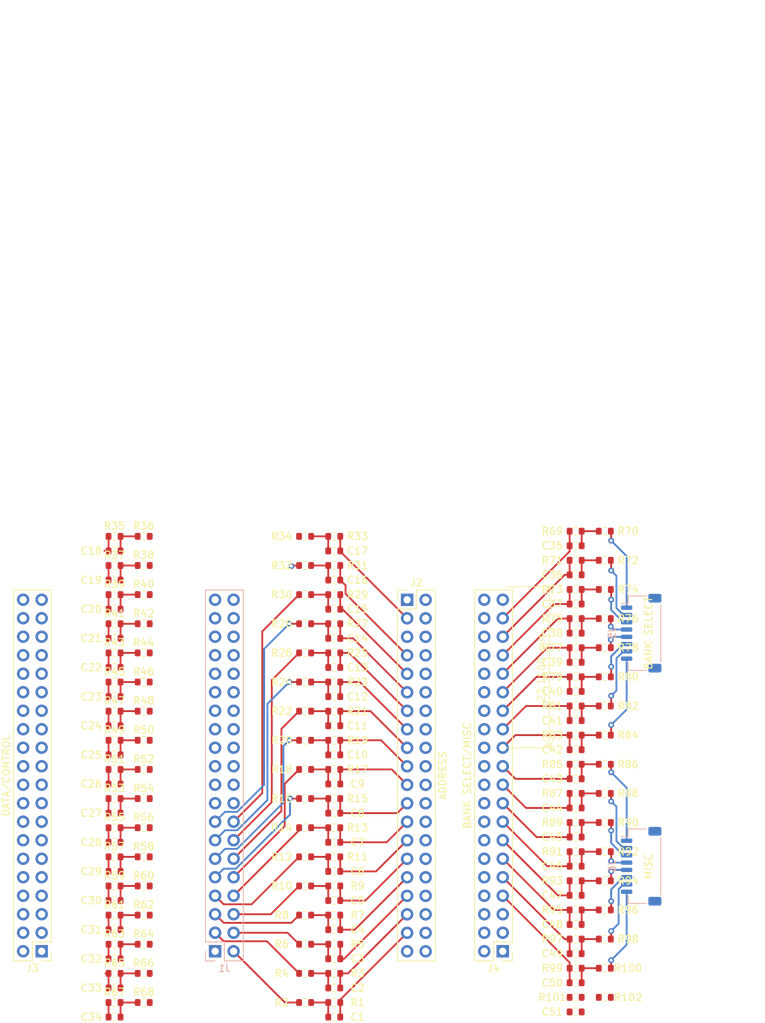
<source format=kicad_pcb>
(kicad_pcb (version 20221018) (generator pcbnew)
  (layers (0 "F.Cu" signal) (31 "B.Cu" signal) (34 "B.Paste" user) (35 "F.Paste" user) (36 "B.SilkS" user "B.Silkscreen") (37 "F.SilkS" user "F.Silkscreen") (38 "B.Mask" user) (39 "F.Mask" user) (44 "Edge.Cuts" user))
  (net 0 "")
  (net 1 "Net-(J2-Pin_37)")
  (net 2 "Net-(C1-Pad1)")
  (net 3 "Net-(J2-Pin_35)")
  (net 4 "Net-(C2-Pad1)")
  (net 5 "Net-(J2-Pin_33)")
  (net 6 "Net-(C3-Pad1)")
  (net 7 "Net-(J2-Pin_31)")
  (net 8 "Net-(C4-Pad1)")
  (net 9 "Net-(J2-Pin_29)")
  (net 10 "Net-(C5-Pad1)")
  (net 11 "Net-(J2-Pin_27)")
  (net 12 "Net-(C6-Pad1)")
  (net 13 "Net-(J2-Pin_25)")
  (net 14 "Net-(C7-Pad1)")
  (net 15 "Net-(J2-Pin_23)")
  (net 16 "Net-(C8-Pad1)")
  (net 17 "Net-(J2-Pin_21)")
  (net 18 "Net-(C9-Pad1)")
  (net 19 "Net-(J2-Pin_19)")
  (net 20 "Net-(C10-Pad1)")
  (net 21 "Net-(J2-Pin_17)")
  (net 22 "Net-(C11-Pad1)")
  (net 23 "Net-(J2-Pin_15)")
  (net 24 "Net-(C12-Pad1)")
  (net 25 "Net-(J2-Pin_13)")
  (net 26 "Net-(C13-Pad1)")
  (net 27 "Net-(J2-Pin_11)")
  (net 28 "Net-(C14-Pad1)")
  (net 29 "Net-(J2-Pin_9)")
  (net 30 "Net-(C15-Pad1)")
  (net 31 "Net-(J2-Pin_7)")
  (net 32 "Net-(C16-Pad1)")
  (net 33 "Net-(J2-Pin_3)")
  (net 34 "Net-(C17-Pad1)")
  (net 35 "Net-(J3-Pin_37)")
  (net 36 "Net-(C18-Pad2)")
  (net 37 "Net-(J3-Pin_35)")
  (net 38 "Net-(C19-Pad2)")
  (net 39 "Net-(J3-Pin_33)")
  (net 40 "Net-(C20-Pad2)")
  (net 41 "Net-(J3-Pin_31)")
  (net 42 "Net-(C21-Pad2)")
  (net 43 "Net-(J3-Pin_29)")
  (net 44 "Net-(C22-Pad2)")
  (net 45 "Net-(J3-Pin_27)")
  (net 46 "Net-(C23-Pad2)")
  (net 47 "Net-(J3-Pin_25)")
  (net 48 "Net-(C24-Pad2)")
  (net 49 "Net-(J3-Pin_23)")
  (net 50 "Net-(C25-Pad2)")
  (net 51 "Net-(J3-Pin_21)")
  (net 52 "Net-(C26-Pad2)")
  (net 53 "Net-(J3-Pin_19)")
  (net 54 "Net-(C27-Pad2)")
  (net 55 "Net-(J3-Pin_17)")
  (net 56 "Net-(C28-Pad2)")
  (net 57 "Net-(J3-Pin_15)")
  (net 58 "Net-(C29-Pad2)")
  (net 59 "Net-(J3-Pin_13)")
  (net 60 "Net-(C30-Pad2)")
  (net 61 "Net-(J3-Pin_11)")
  (net 62 "Net-(C31-Pad2)")
  (net 63 "Net-(J3-Pin_9)")
  (net 64 "Net-(C32-Pad2)")
  (net 65 "Net-(J3-Pin_7)")
  (net 66 "Net-(C33-Pad2)")
  (net 67 "Net-(J3-Pin_3)")
  (net 68 "Net-(C34-Pad2)")
  (net 69 "Net-(J4-Pin_37)")
  (net 70 "Net-(C35-Pad2)")
  (net 71 "Net-(J4-Pin_35)")
  (net 72 "Net-(C36-Pad2)")
  (net 73 "Net-(J4-Pin_33)")
  (net 74 "Net-(C37-Pad2)")
  (net 75 "Net-(J4-Pin_31)")
  (net 76 "Net-(C38-Pad2)")
  (net 77 "Net-(J4-Pin_29)")
  (net 78 "Net-(C39-Pad2)")
  (net 79 "Net-(J4-Pin_27)")
  (net 80 "Net-(C40-Pad2)")
  (net 81 "Net-(J4-Pin_25)")
  (net 82 "Net-(C41-Pad2)")
  (net 83 "Net-(J4-Pin_23)")
  (net 84 "Net-(C42-Pad2)")
  (net 85 "Net-(J4-Pin_21)")
  (net 86 "Net-(C43-Pad2)")
  (net 87 "Net-(J4-Pin_19)")
  (net 88 "Net-(C44-Pad2)")
  (net 89 "Net-(J4-Pin_17)")
  (net 90 "Net-(C45-Pad2)")
  (net 91 "Net-(J4-Pin_15)")
  (net 92 "Net-(C46-Pad2)")
  (net 93 "Net-(J4-Pin_13)")
  (net 94 "Net-(C47-Pad2)")
  (net 95 "Net-(J4-Pin_11)")
  (net 96 "Net-(C48-Pad2)")
  (net 97 "Net-(J4-Pin_9)")
  (net 98 "Net-(C49-Pad2)")
  (net 99 "Net-(J4-Pin_7)")
  (net 100 "Net-(C50-Pad2)")
  (net 101 "Net-(J4-Pin_3)")
  (net 102 "Net-(C51-Pad2)")
  (net 104 "Net-(J1-Pin_2)")
  (net 105 "Net-(J1-Pin_3)")
  (net 106 "Net-(J1-Pin_4)")
  (net 107 "Net-(J1-Pin_5)")
  (net 108 "Net-(J1-Pin_6)")
  (net 109 "Net-(J1-Pin_7)")
  (net 110 "Net-(J1-Pin_8)")
  (net 111 "Net-(J1-Pin_9)")
  (net 112 "Net-(J1-Pin_10)")
  (net 113 "Net-(J1-Pin_11)")
  (net 114 "Net-(J1-Pin_12)")
  (net 115 "Net-(J1-Pin_13)")
  (net 116 "Net-(J1-Pin_14)")
  (net 117 "Net-(J1-Pin_15)")
  (net 118 "Net-(J1-Pin_16)")
  (net 119 "Net-(J1-Pin_17)")
  (net 120 "Net-(J1-Pin_18)")
  (net 121 "Net-(J1-Pin_19)")
  (net 122 "GND")
  (net 124 "Net-(J1-Pin_23)")
  (net 125 "Net-(J1-Pin_24)")
  (net 126 "Net-(J1-Pin_25)")
  (net 127 "Net-(J1-Pin_26)")
  (net 128 "Net-(J1-Pin_27)")
  (net 129 "Net-(J1-Pin_28)")
  (net 130 "Net-(J1-Pin_29)")
  (net 131 "Net-(J1-Pin_30)")
  (net 132 "Net-(J1-Pin_31)")
  (net 133 "Net-(J1-Pin_32)")
  (net 134 "Net-(J1-Pin_33)")
  (net 135 "Net-(J1-Pin_34)")
  (net 136 "Net-(J1-Pin_35)")
  (net 137 "Net-(J1-Pin_36)")
  (net 138 "Net-(J1-Pin_37)")
  (net 139 "Net-(J1-Pin_38)")
  (net 140 "Net-(J1-Pin_39)")
  (net 151 "Net-(J5-Pin_1)")
  (net 152 "Net-(J5-Pin_2)")
  (net 153 "Net-(J5-Pin_3)")
  (net 154 "Net-(J5-Pin_4)")
  (net 155 "Net-(J5-Pin_5)")
  (net 156 "Net-(J5-Pin_6)")
  (net 157 "Net-(J5-Pin_7)")
  (net 158 "Net-(J5-Pin_8)")
  (net 160 "Net-(J6-Pin_1)")
  (net 161 "Net-(J6-Pin_2)")
  (net 162 "Net-(J6-Pin_3)")
  (net 163 "Net-(J6-Pin_4)")
  (net 164 "Net-(J6-Pin_5)")
  (net 165 "Net-(J6-Pin_6)")
  (net 166 "Net-(J6-Pin_7)")
  (net 167 "Net-(J6-Pin_8)")
  (footprint "Resistor_SMD:R_0603_1608Metric" (layer "F.Cu") (at 61.575 135.9)
    (fp_text reference "R6")
    (fp_text value "250R" hide)
  )
  (footprint "Resistor_SMD:R_0603_1608Metric" (layer "F.Cu") (at 98.7 137.19)
    (fp_text reference "C49")
    (fp_text value "8.2pF")
  )
  (footprint "Resistor_SMD:R_0603_1608Metric" (layer "F.Cu") (at 35.425 103.9)
    (fp_text reference "R47")
    (fp_text value "90.9k")
  )
  (footprint "Resistor_SMD:R_0603_1608Metric" (layer "F.Cu") (at 65.575 101.9)
    (fp_text reference "C12")
    (fp_text value "8.2pF" hide)
  )
  (footprint "Resistor_SMD:R_0603_1608Metric" (layer "F.Cu") (at 102.7 111.19)
    (fp_text reference "R86")
    (fp_text value "250R")
  )
  (footprint "Resistor_SMD:R_0603_1608Metric" (layer "F.Cu") (at 35.425 125.9)
    (fp_text reference "C29")
    (fp_text value "8.2pF")
  )
  (footprint "Resistor_SMD:R_0603_1608Metric" (layer "F.Cu") (at 35.425 127.9)
    (fp_text reference "R59")
    (fp_text value "90.9k")
  )
  (footprint "Resistor_SMD:R_0603_1608Metric" (layer "F.Cu") (at 102.7 91.19)
    (fp_text reference "R76")
    (fp_text value "250R")
  )
  (footprint "Resistor_SMD:R_0603_1608Metric" (layer "F.Cu") (at 61.575 83.9)
    (fp_text reference "R32")
    (fp_text value "250R" hide)
  )
  (footprint "Resistor_SMD:R_0603_1608Metric" (layer "F.Cu") (at 98.7 113.19)
    (fp_text reference "C43")
    (fp_text value "8.2pF")
  )
  (footprint "Resistor_SMD:R_0603_1608Metric" (layer "F.Cu") (at 65.575 109.9)
    (fp_text reference "C10")
    (fp_text value "8.2pF" hide)
  )
  (footprint "Resistor_SMD:R_0603_1608Metric" (layer "F.Cu") (at 61.575 99.9)
    (fp_text reference "R24")
    (fp_text value "250R" hide)
  )
  (footprint "Resistor_SMD:R_0603_1608Metric" (layer "F.Cu") (at 102.7 127.19)
    (fp_text reference "R94")
    (fp_text value "250R")
  )
  (footprint "Resistor_SMD:R_0603_1608Metric" (layer "F.Cu") (at 39.425 123.9)
    (fp_text reference "R58")
    (fp_text value "250R")
  )
  (footprint "Resistor_SMD:R_0603_1608Metric" (layer "F.Cu") (at 35.425 121.9)
    (fp_text reference "C28")
    (fp_text value "8.2pF")
  )
  (footprint "Resistor_SMD:R_0603_1608Metric" (layer "F.Cu") (at 35.425 109.9)
    (fp_text reference "C25")
    (fp_text value "8.2pF")
  )
  (footprint "Resistor_SMD:R_0603_1608Metric" (layer "F.Cu") (at 39.425 87.9)
    (fp_text reference "R40")
    (fp_text value "250R")
  )
  (footprint "Resistor_SMD:R_0603_1608Metric" (layer "F.Cu") (at 61.575 95.9)
    (fp_text reference "R26")
    (fp_text value "250R" hide)
  )
  (footprint "Resistor_SMD:R_0603_1608Metric" (layer "F.Cu") (at 98.7 105.19)
    (fp_text reference "C41")
    (fp_text value "8.2pF")
  )
  (footprint "Resistor_SMD:R_0603_1608Metric" (layer "F.Cu") (at 98.7 115.19)
    (fp_text reference "R87")
    (fp_text value "90.9k")
  )
  (footprint "Resistor_SMD:R_0603_1608Metric" (layer "F.Cu") (at 98.7 123.19)
    (fp_text reference "R91")
    (fp_text value "90.9k")
  )
  (footprint "Resistor_SMD:R_0603_1608Metric" (layer "F.Cu") (at 65.575 143.9)
    (fp_text reference "R1")
    (fp_text value "90.9k" hide)
  )
  (footprint "Resistor_SMD:R_0603_1608Metric" (layer "F.Cu") (at 61.575 119.9)
    (fp_text reference "R14")
    (fp_text value "250R" hide)
  )
  (footprint "Resistor_SMD:R_0603_1608Metric" (layer "F.Cu") (at 35.425 105.9)
    (fp_text reference "C24")
    (fp_text value "8.2pF")
  )
  (footprint "Resistor_SMD:R_0603_1608Metric" (layer "F.Cu") (at 102.7 83.19)
    (fp_text reference "R72")
    (fp_text value "250R")
  )
  (footprint "Resistor_SMD:R_0603_1608Metric" (layer "F.Cu") (at 98.7 117.19)
    (fp_text reference "C44")
    (fp_text value "8.2pF")
  )
  (footprint "Resistor_SMD:R_0603_1608Metric" (layer "F.Cu") (at 98.7 131.19)
    (fp_text reference "R95")
    (fp_text value "90.9k")
  )
  (footprint "Resistor_SMD:R_0603_1608Metric" (layer "F.Cu") (at 98.7 127.19)
    (fp_text reference "R93")
    (fp_text value "90.9k")
  )
  (footprint "Resistor_SMD:R_0603_1608Metric" (layer "F.Cu") (at 98.7 81.19)
    (fp_text reference "C35")
    (fp_text value "8.2pF")
  )
  (footprint "Resistor_SMD:R_0603_1608Metric" (layer "F.Cu") (at 65.575 135.9)
    (fp_text reference "R5")
    (fp_text value "90.9k" hide)
  )
  (footprint "Resistor_SMD:R_0603_1608Metric" (layer "F.Cu") (at 39.425 127.9)
    (fp_text reference "R60")
    (fp_text value "250R")
  )
  (footprint "Resistor_SMD:R_0603_1608Metric" (layer "F.Cu") (at 102.7 135.19)
    (fp_text reference "R98")
    (fp_text value "250R")
  )
  (footprint "Resistor_SMD:R_0603_1608Metric" (layer "F.Cu") (at 65.575 139.9)
    (fp_text reference "R3")
    (fp_text value "90.9k" hide)
  )
  (footprint "Resistor_SMD:R_0603_1608Metric" (layer "F.Cu") (at 98.7 125.19)
    (fp_text reference "C46")
    (fp_text value "8.2pF")
  )
  (footprint "Resistor_SMD:R_0603_1608Metric" (layer "F.Cu") (at 65.575 95.9)
    (fp_text reference "R25")
    (fp_text value "90.9k" hide)
  )
  (footprint "Resistor_SMD:R_0603_1608Metric" (layer "F.Cu") (at 61.575 103.9)
    (fp_text reference "R22")
    (fp_text value "250R" hide)
  )
  (footprint "Resistor_SMD:R_0603_1608Metric" (layer "F.Cu") (at 65.575 129.9)
    (fp_text reference "C5")
    (fp_text value "8.2pF" hide)
  )
  (footprint "Resistor_SMD:R_0603_1608Metric" (layer "F.Cu") (at 65.575 121.9)
    (fp_text reference "C7")
    (fp_text value "8.2pF" hide)
  )
  (footprint "Resistor_SMD:R_0603_1608Metric" (layer "F.Cu") (at 39.425 135.9)
    (fp_text reference "R64")
    (fp_text value "250R")
  )
  (footprint "Resistor_SMD:R_0603_1608Metric" (layer "F.Cu") (at 98.7 87.19)
    (fp_text reference "R73")
    (fp_text value "90.9k")
  )
  (footprint "Resistor_SMD:R_0603_1608Metric" (layer "F.Cu") (at 39.425 107.9)
    (fp_text reference "R50")
    (fp_text value "250R")
  )
  (footprint "Resistor_SMD:R_0603_1608Metric" (layer "F.Cu") (at 65.575 99.9)
    (fp_text reference "R23")
    (fp_text value "90.9k" hide)
  )
  (footprint "Resistor_SMD:R_0603_1608Metric" (layer "F.Cu") (at 98.7 101.19)
    (fp_text reference "C40")
    (fp_text value "8.2pF")
  )
  (footprint "Resistor_SMD:R_0603_1608Metric" (layer "F.Cu") (at 65.575 81.9)
    (fp_text reference "C17")
    (fp_text value "8.2pF" hide)
  )
  (footprint "Resistor_SMD:R_0603_1608Metric" (layer "F.Cu") (at 35.425 123.9)
    (fp_text reference "R57")
    (fp_text value "90.9k")
  )
  (footprint "Resistor_SMD:R_0603_1608Metric" (layer "F.Cu") (at 98.7 109.19)
    (fp_text reference "C42")
    (fp_text value "8.2pF")
  )
  (footprint "Resistor_SMD:R_0603_1608Metric" (layer "F.Cu") (at 102.7 119.19)
    (fp_text reference "R90")
    (fp_text value "250R")
  )
  (footprint "Resistor_SMD:R_0603_1608Metric" (layer "F.Cu") (at 35.425 79.9)
    (fp_text reference "R35")
    (fp_text value "90.9k")
  )
  (footprint "Resistor_SMD:R_0603_1608Metric" (layer "F.Cu") (at 39.425 139.9)
    (fp_text reference "R66")
    (fp_text value "250R")
  )
  (footprint "Resistor_SMD:R_0603_1608Metric" (layer "F.Cu") (at 102.7 115.19)
    (fp_text reference "R88")
    (fp_text value "250R")
  )
  (footprint "Resistor_SMD:R_0603_1608Metric" (layer "F.Cu") (at 35.425 81.9)
    (fp_text reference "C18")
    (fp_text value "8.2pF")
  )
  (footprint "Connector_PinHeader_2.54mm:PinHeader_2x20_P2.54mm_Vertical" (layer "F.Cu") (at 75.575 88.61)
    (fp_text reference "J2")
    (fp_text value "ADDRESS")
  )
  (footprint "Resistor_SMD:R_0603_1608Metric" (layer "F.Cu") (at 39.425 95.9)
    (fp_text reference "R44")
    (fp_text value "250R")
  )
  (footprint "Resistor_SMD:R_0603_1608Metric" (layer "F.Cu") (at 65.575 145.9)
    (fp_text reference "C1")
    (fp_text value "8.2pF" hide)
  )
  (footprint "Resistor_SMD:R_0603_1608Metric" (layer "F.Cu") (at 98.7 143.19)
    (fp_text reference "R101")
    (fp_text value "90.9k")
  )
  (footprint "Resistor_SMD:R_0603_1608Metric" (layer "F.Cu") (at 65.575 105.9)
    (fp_text reference "C11")
    (fp_text value "8.2pF" hide)
  )
  (footprint "Resistor_SMD:R_0603_1608Metric" (layer "F.Cu") (at 39.425 143.9)
    (fp_text reference "R68")
    (fp_text value "250R")
  )
  (footprint "Resistor_SMD:R_0603_1608Metric" (layer "F.Cu") (at 65.575 111.9)
    (fp_text reference "R17")
    (fp_text value "90.9k" hide)
  )
  (footprint "Resistor_SMD:R_0603_1608Metric" (layer "F.Cu") (at 35.425 117.9)
    (fp_text reference "C27")
    (fp_text value "8.2pF")
  )
  (footprint "Resistor_SMD:R_0603_1608Metric" (layer "F.Cu") (at 65.575 97.9)
    (fp_text reference "C13")
    (fp_text value "8.2pF" hide)
  )
  (footprint "Resistor_SMD:R_0603_1608Metric" (layer "F.Cu") (at 98.7 141.19)
    (fp_text reference "C50")
    (fp_text value "8.2pF")
  )
  (footprint "Resistor_SMD:R_0603_1608Metric" (layer "F.Cu") (at 35.425 111.9)
    (fp_text reference "R51")
    (fp_text value "90.9k")
  )
  (footprint "Resistor_SMD:R_0603_1608Metric" (layer "F.Cu") (at 102.7 95.19)
    (fp_text reference "R78")
    (fp_text value "250R")
  )
  (footprint "Resistor_SMD:R_0603_1608Metric" (layer "F.Cu") (at 61.575 123.9)
    (fp_text reference "R12")
    (fp_text value "250R" hide)
  )
  (footprint "Resistor_SMD:R_0603_1608Metric" (layer "F.Cu") (at 98.7 91.19)
    (fp_text reference "R75")
    (fp_text value "90.9k")
  )
  (footprint "Resistor_SMD:R_0603_1608Metric" (layer "F.Cu") (at 35.425 93.9)
    (fp_text reference "C21")
    (fp_text value "8.2pF")
  )
  (footprint "Resistor_SMD:R_0603_1608Metric" (layer "F.Cu") (at 98.7 83.19)
    (fp_text reference "R71")
    (fp_text value "90.9k")
  )
  (footprint "Connector_PinHeader_2.54mm:PinHeader_2x20_P2.54mm_Vertical" (layer "F.Cu") (at 25.425 136.86 180)
    (fp_text reference "J3")
    (fp_text value "DATA/CONTROL")
  )
  (footprint "Resistor_SMD:R_0603_1608Metric" (layer "F.Cu") (at 102.7 107.19)
    (fp_text reference "R84")
    (fp_text value "250R")
  )
  (footprint "Resistor_SMD:R_0603_1608Metric" (layer "F.Cu") (at 98.7 95.19)
    (fp_text reference "R77")
    (fp_text value "90.9k")
  )
  (footprint "Resistor_SMD:R_0603_1608Metric" (layer "F.Cu") (at 98.7 129.19)
    (fp_text reference "C47")
    (fp_text value "8.2pF")
  )
  (footprint "Resistor_SMD:R_0603_1608Metric" (layer "F.Cu") (at 98.7 99.19)
    (fp_text reference "R79")
    (fp_text value "90.9k")
  )
  (footprint "Resistor_SMD:R_0603_1608Metric" (layer "F.Cu") (at 98.7 121.19)
    (fp_text reference "C45")
    (fp_text value "8.2pF")
  )
  (footprint "Resistor_SMD:R_0603_1608Metric" (layer "F.Cu") (at 65.575 85.9)
    (fp_text reference "C16")
    (fp_text value "8.2pF" hide)
  )
  (footprint "Resistor_SMD:R_0603_1608Metric" (layer "F.Cu") (at 65.575 125.9)
    (fp_text reference "C6")
    (fp_text value "8.2pF" hide)
  )
  (footprint "Resistor_SMD:R_0603_1608Metric" (layer "F.Cu") (at 102.7 99.19)
    (fp_text reference "R80")
    (fp_text value "250R")
  )
  (footprint "Resistor_SMD:R_0603_1608Metric" (layer "F.Cu") (at 35.425 97.9)
    (fp_text reference "C22")
    (fp_text value "8.2pF")
  )
  (footprint "Resistor_SMD:R_0603_1608Metric" (layer "F.Cu") (at 98.7 107.19)
    (fp_text reference "R83")
    (fp_text value "90.9k")
  )
  (footprint "Resistor_SMD:R_0603_1608Metric" (layer "F.Cu") (at 35.425 107.9)
    (fp_text reference "R49")
    (fp_text value "90.9k")
  )
  (footprint "Resistor_SMD:R_0603_1608Metric" (layer "F.Cu") (at 65.575 133.9)
    (fp_text reference "C4")
    (fp_text value "8.2pF" hide)
  )
  (footprint "Resistor_SMD:R_0603_1608Metric" (layer "F.Cu") (at 98.7 93.19)
    (fp_text reference "C38")
    (fp_text value "8.2pF")
  )
  (footprint "Resistor_SMD:R_0603_1608Metric" (layer "F.Cu") (at 39.425 79.9)
    (fp_text reference "R36")
    (fp_text value "250R")
  )
  (footprint "Resistor_SMD:R_0603_1608Metric" (layer "F.Cu") (at 61.575 115.9)
    (fp_text reference "R16")
    (fp_text value "250R" hide)
  )
  (footprint "Resistor_SMD:R_0603_1608Metric" (layer "F.Cu") (at 61.575 107.9)
    (fp_text reference "R20")
    (fp_text value "250R" hide)
  )
  (footprint "Resistor_SMD:R_0603_1608Metric" (layer "F.Cu") (at 35.425 99.9)
    (fp_text reference "R45")
    (fp_text value "90.9k")
  )
  (footprint "Resistor_SMD:R_0603_1608Metric" (layer "F.Cu") (at 35.425 139.9)
    (fp_text reference "R65")
    (fp_text value "90.9k")
  )
  (footprint "Resistor_SMD:R_0603_1608Metric" (layer "F.Cu") (at 98.7 79.19)
    (fp_text reference "R69")
    (fp_text value "90.9k")
  )
  (footprint "Resistor_SMD:R_0603_1608Metric" (layer "F.Cu") (at 98.7 133.19)
    (fp_text reference "C48")
    (fp_text value "8.2pF")
  )
  (footprint "Resistor_SMD:R_0603_1608Metric" (layer "F.Cu") (at 98.7 135.19)
    (fp_text reference "R97")
    (fp_text value "90.9k")
  )
  (footprint "Resistor_SMD:R_0603_1608Metric" (layer "F.Cu") (at 35.425 141.9)
    (fp_text reference "C33")
    (fp_text value "8.2pF")
  )
  (footprint "Resistor_SMD:R_0603_1608Metric" (layer "F.Cu") (at 39.425 119.9)
    (fp_text reference "R56")
    (fp_text value "250R")
  )
  (footprint "Resistor_SMD:R_0603_1608Metric" (layer "F.Cu") (at 35.425 95.9)
    (fp_text reference "R43")
    (fp_text value "90.9k")
  )
  (footprint "Resistor_SMD:R_0603_1608Metric" (layer "F.Cu") (at 35.425 129.9)
    (fp_text reference "C30")
    (fp_text value "8.2pF")
  )
  (footprint "Resistor_SMD:R_0603_1608Metric" (layer "F.Cu") (at 35.425 137.9)
    (fp_text reference "C32")
    (fp_text value "8.2pF")
  )
  (footprint "Resistor_SMD:R_0603_1608Metric" (layer "F.Cu") (at 102.7 103.19)
    (fp_text reference "R82")
    (fp_text value "250R")
  )
  (footprint "Resistor_SMD:R_0603_1608Metric" (layer "F.Cu") (at 65.575 83.9)
    (fp_text reference "R31")
    (fp_text value "90.9k" hide)
  )
  (footprint "Resistor_SMD:R_0603_1608Metric" (layer "F.Cu") (at 35.425 89.9)
    (fp_text reference "C20")
    (fp_text value "8.2pF")
  )
  (footprint "Resistor_SMD:R_0603_1608Metric" (layer "F.Cu") (at 35.425 115.9)
    (fp_text reference "R53")
    (fp_text value "90.9k")
  )
  (footprint "Resistor_SMD:R_0603_1608Metric" (layer "F.Cu") (at 35.425 133.9)
    (fp_text reference "C31")
    (fp_text value "8.2pF")
  )
  (footprint "Resistor_SMD:R_0603_1608Metric" (layer "F.Cu") (at 35.425 145.9)
    (fp_text reference "C34")
    (fp_text value "8.2pF")
  )
  (footprint "Resistor_SMD:R_0603_1608Metric" (layer "F.Cu") (at 39.425 83.9)
    (fp_text reference "R38")
    (fp_text value "250R")
  )
  (footprint "Resistor_SMD:R_0603_1608Metric" (layer "F.Cu") (at 65.575 123.9)
    (fp_text reference "R11")
    (fp_text value "90.9k" hide)
  )
  (footprint "Resistor_SMD:R_0603_1608Metric" (layer "F.Cu") (at 98.7 97.19)
    (fp_text reference "C39")
    (fp_text value "8.2pF")
  )
  (footprint "Resistor_SMD:R_0603_1608Metric" (layer "F.Cu") (at 98.7 89.19)
    (fp_text reference "C37")
    (fp_text value "8.2pF")
  )
  (footprint "Resistor_SMD:R_0603_1608Metric" (layer "F.Cu") (at 65.575 127.9)
    (fp_text reference "R9")
    (fp_text value "90.9k" hide)
  )
  (footprint "Resistor_SMD:R_0603_1608Metric" (layer "F.Cu") (at 98.7 85.19)
    (fp_text reference "C36")
    (fp_text value "8.2pF")
  )
  (footprint "Resistor_SMD:R_0603_1608Metric" (layer "F.Cu") (at 65.575 103.9)
    (fp_text reference "R21")
    (fp_text value "90.9k" hide)
  )
  (footprint "Resistor_SMD:R_0603_1608Metric" (layer "F.Cu") (at 65.575 117.9)
    (fp_text reference "C8")
    (fp_text value "8.2pF" hide)
  )
  (footprint "Resistor_SMD:R_0603_1608Metric" (layer "F.Cu") (at 35.425 91.9)
    (fp_text reference "R41")
    (fp_text value "90.9k")
  )
  (footprint "Resistor_SMD:R_0603_1608Metric" (layer "F.Cu") (at 65.575 79.9)
    (fp_text reference "R33")
    (fp_text value "90.9k" hide)
  )
  (footprint "Resistor_SMD:R_0603_1608Metric" (layer "F.Cu") (at 102.7 139.19)
    (fp_text reference "R100")
    (fp_text value "250R")
  )
  (footprint "Resistor_SMD:R_0603_1608Metric" (layer "F.Cu") (at 35.425 143.9)
    (fp_text reference "R67")
    (fp_text value "90.9k")
  )
  (footprint "Resistor_SMD:R_0603_1608Metric" (layer "F.Cu") (at 98.7 111.19)
    (fp_text reference "R85")
    (fp_text value "90.9k")
  )
  (footprint "Resistor_SMD:R_0603_1608Metric" (layer "F.Cu") (at 65.575 91.9)
    (fp_text reference "R27")
    (fp_text value "90.9k" hide)
  )
  (footprint "Resistor_SMD:R_0603_1608Metric" (layer "F.Cu") (at 35.425 87.9)
    (fp_text reference "R39")
    (fp_text value "90.9k")
  )
  (footprint "Resistor_SMD:R_0603_1608Metric" (layer "F.Cu") (at 35.425 83.9)
    (fp_text reference "R37")
    (fp_text value "90.9k")
  )
  (footprint "Resistor_SMD:R_0603_1608Metric" (layer "F.Cu") (at 35.425 113.9)
    (fp_text reference "C26")
    (fp_text value "8.2pF")
  )
  (footprint "Resistor_SMD:R_0603_1608Metric" (layer "F.Cu") (at 35.425 85.9)
    (fp_text reference "C19")
    (fp_text value "8.2pF")
  )
  (footprint "Resistor_SMD:R_0603_1608Metric" (layer "F.Cu") (at 61.575 139.9)
    (fp_text reference "R4")
    (fp_text value "250R" hide)
  )
  (footprint "Resistor_SMD:R_0603_1608Metric" (layer "F.Cu") (at 61.575 127.9)
    (fp_text reference "R10")
    (fp_text value "250R" hide)
  )
  (footprint "Resistor_SMD:R_0603_1608Metric" (layer "F.Cu") (at 39.425 91.9)
    (fp_text reference "R42")
    (fp_text value "250R")
  )
  (footprint "Resistor_SMD:R_0603_1608Metric" (layer "F.Cu") (at 61.575 111.9)
    (fp_text reference "R18")
    (fp_text value "250R" hide)
  )
  (footprint "Resistor_SMD:R_0603_1608Metric" (layer "F.Cu") (at 39.425 111.9)
    (fp_text reference "R52")
    (fp_text value "250R")
  )
  (footprint "Resistor_SMD:R_0603_1608Metric" (layer "F.Cu") (at 39.425 99.9)
    (fp_text reference "R46")
    (fp_text value "250R")
  )
  (footprint "Resistor_SMD:R_0603_1608Metric" (layer "F.Cu") (at 102.7 131.19)
    (fp_text reference "R96")
    (fp_text value "250R")
  )
  (footprint "Resistor_SMD:R_0603_1608Metric" (layer "F.Cu") (at 98.7 119.19)
    (fp_text reference "R89")
    (fp_text value "90.9k")
  )
  (footprint "Resistor_SMD:R_0603_1608Metric" (layer "F.Cu") (at 65.575 131.9)
    (fp_text reference "R7")
    (fp_text value "90.9k" hide)
  )
  (footprint "Resistor_SMD:R_0603_1608Metric" (layer "F.Cu") (at 65.575 141.9)
    (fp_text reference "C2")
    (fp_text value "8.2pF" hide)
  )
  (footprint "Resistor_SMD:R_0603_1608Metric" (layer "F.Cu") (at 65.575 115.9)
    (fp_text reference "R15")
    (fp_text value "90.9k" hide)
  )
  (footprint "Resistor_SMD:R_0603_1608Metric" (layer "F.Cu") (at 39.425 115.9)
    (fp_text reference "R54")
    (fp_text value "250R")
  )
  (footprint "Resistor_SMD:R_0603_1608Metric" (layer "F.Cu") (at 61.575 91.9)
    (fp_text reference "R28")
    (fp_text value "250R" hide)
  )
  (footprint "Resistor_SMD:R_0603_1608Metric" (layer "F.Cu") (at 98.7 139.19)
    (fp_text reference "R99")
    (fp_text value "90.9k")
  )
  (footprint "Resistor_SMD:R_0603_1608Metric" (layer "F.Cu") (at 102.7 123.19)
    (fp_text reference "R92")
    (fp_text value "250R")
  )
  (footprint "Resistor_SMD:R_0603_1608Metric" (layer "F.Cu") (at 102.7 87.19)
    (fp_text reference "R74")
    (fp_text value "250R")
  )
  (footprint "Resistor_SMD:R_0603_1608Metric" (layer "F.Cu") (at 65.575 89.9)
    (fp_text reference "C15")
    (fp_text value "8.2pF" hide)
  )
  (footprint "Resistor_SMD:R_0603_1608Metric" (layer "F.Cu") (at 35.425 101.9)
    (fp_text reference "C23")
    (fp_text value "8.2pF")
  )
  (footprint "Resistor_SMD:R_0603_1608Metric" (layer "F.Cu") (at 98.7 145.19)
    (fp_text reference "C51")
    (fp_text value "8.2pF")
  )
  (footprint "Resistor_SMD:R_0603_1608Metric" (layer "F.Cu") (at 35.425 135.9)
    (fp_text reference "R63")
    (fp_text value "90.9k")
  )
  (footprint "Resistor_SMD:R_0603_1608Metric" (layer "F.Cu") (at 98.7 103.19)
    (fp_text reference "R81")
    (fp_text value "90.9k")
  )
  (footprint "Resistor_SMD:R_0603_1608Metric" (layer "F.Cu") (at 65.575 107.9)
    (fp_text reference "R19")
    (fp_text value "90.9k" hide)
  )
  (footprint "Resistor_SMD:R_0603_1608Metric" (layer "F.Cu") (at 35.425 131.9)
    (fp_text reference "R61")
    (fp_text value "90.9k")
  )
  (footprint "Resistor_SMD:R_0603_1608Metric" (layer "F.Cu") (at 61.575 143.9)
    (fp_text reference "R2")
    (fp_text value "250R" hide)
  )
  (footprint "Resistor_SMD:R_0603_1608Metric" (layer "F.Cu") (at 61.575 131.9)
    (fp_text reference "R8")
    (fp_text value "250R" hide)
  )
  (footprint "Resistor_SMD:R_0603_1608Metric" (layer "F.Cu") (at 39.425 131.9)
    (fp_text reference "R62")
    (fp_text value "250R")
  )
  (footprint "Resistor_SMD:R_0603_1608Metric" (layer "F.Cu") (at 39.425 103.9)
    (fp_text reference "R48")
    (fp_text value "250R")
  )
  (footprint "Connector_PinHeader_2.54mm:PinHeader_2x20_P2.54mm_Vertical" (layer "F.Cu") (at 88.7 136.86 180)
    (fp_text reference "J4")
    (fp_text value "BANK SELECT/MISC")
  )
  (footprint "Resistor_SMD:R_0603_1608Metric" (layer "F.Cu") (at 61.575 87.9)
    (fp_text reference "R30")
    (fp_text value "250R" hide)
  )
  (footprint "Resistor_SMD:R_0603_1608Metric" (layer "F.Cu") (at 35.425 119.9)
    (fp_text reference "R55")
    (fp_text value "90.9k")
  )
  (footprint "Resistor_SMD:R_0603_1608Metric" (layer "F.Cu") (at 65.575 93.9)
    (fp_text reference "C14")
    (fp_text value "8.2pF" hide)
  )
  (footprint "Resistor_SMD:R_0603_1608Metric" (layer "F.Cu") (at 102.7 79.19)
    (fp_text reference "R70")
    (fp_text value "250R")
  )
  (footprint "Resistor_SMD:R_0603_1608Metric" (layer "F.Cu") (at 65.575 137.9)
    (fp_text reference "C3")
    (fp_text value "8.2pF" hide)
  )
  (footprint "Resistor_SMD:R_0603_1608Metric" (layer "F.Cu") (at 65.575 113.9)
    (fp_text reference "C9")
    (fp_text value "8.2pF" hide)
  )
  (footprint "Resistor_SMD:R_0603_1608Metric" (layer "F.Cu") (at 61.575 79.9)
    (fp_text reference "R34")
    (fp_text value "250R" hide)
  )
  (footprint "Resistor_SMD:R_0603_1608Metric" (layer "F.Cu") (at 65.575 87.9)
    (fp_text reference "R29")
    (fp_text value "90.9k" hide)
  )
  (footprint "Resistor_SMD:R_0603_1608Metric" (layer "F.Cu") (at 102.7 143.19)
    (fp_text reference "R102")
    (fp_text value "250R")
  )
  (footprint "Resistor_SMD:R_0603_1608Metric" (layer "F.Cu") (at 65.575 119.9)
    (fp_text reference "R13")
    (fp_text value "90.9k" hide)
  )
  (footprint "Connector_PinHeader_2.54mm:PinHeader_2x20_P2.54mm_Vertical" (layer "B.Cu") (at 49.225 136.86)
    (fp_text reference "J1")
    (fp_text value "Conn_02x20_Counter_Clockwise" hide)
  )
  (footprint "Connector_JST:JST_SH_SM08B-SRSS-TB_1x08-1MP_P1.00mm_Horizontal" (layer "B.Cu") (at 107.7 125.19 -90)
    (fp_text reference "J6")
    (fp_text value "MISC")
  )
  (footprint "Connector_JST:JST_SH_SM08B-SRSS-TB_1x08-1MP_P1.00mm_Horizontal" (layer "B.Cu") (at 107.7 93.19 -90)
    (fp_text reference "J5")
    (fp_text value "BANK SELECT")
  )
  (segment (start 66.4 145.9) (end 66.4 143.9) (width 0.25) (layer "F.Cu") (net 1))
  (segment (start 75.575 134.33) (end 66.4 143.505) (width 0.25) (layer "F.Cu") (net 1))
  (segment (start 66.4 143.505) (end 66.4 143.9) (width 0.25) (layer "F.Cu") (net 1))
  (segment (start 64.75 143.9) (end 64.75 145.9) (width 0.25) (layer "F.Cu") (net 2))
  (segment (start 64.75 143.9) (end 62.4 143.9) (width 0.25) (layer "F.Cu") (net 2))
  (segment (start 67.465 139.9) (end 66.4 139.9) (width 0.25) (layer "F.Cu") (net 3))
  (segment (start 66.4 141.9) (end 66.4 139.9) (width 0.25) (layer "F.Cu") (net 3))
  (segment (start 75.575 131.79) (end 67.465 139.9) (width 0.25) (layer "F.Cu") (net 3))
  (segment (start 62.4 139.9) (end 64.75 139.9) (width 0.25) (layer "F.Cu") (net 4))
  (segment (start 64.75 139.9) (end 64.75 141.9) (width 0.25) (layer "F.Cu") (net 4))
  (segment (start 66.925 137.9) (end 75.575 129.25) (width 0.25) (layer "F.Cu") (net 5))
  (segment (start 66.4 137.9) (end 66.925 137.9) (width 0.25) (layer "F.Cu") (net 5))
  (segment (start 66.4 137.9) (end 66.4 135.9) (width 0.25) (layer "F.Cu") (net 5))
  (segment (start 64.75 135.9) (end 64.75 137.9) (width 0.25) (layer "F.Cu") (net 6))
  (segment (start 64.75 135.9) (end 62.4 135.9) (width 0.25) (layer "F.Cu") (net 6))
  (segment (start 68.385 133.9) (end 75.575 126.71) (width 0.25) (layer "F.Cu") (net 7))
  (segment (start 66.4 133.9) (end 66.4 131.9) (width 0.25) (layer "F.Cu") (net 7))
  (segment (start 66.4 133.9) (end 68.385 133.9) (width 0.25) (layer "F.Cu") (net 7))
  (segment (start 64.75 131.9) (end 64.75 133.9) (width 0.25) (layer "F.Cu") (net 8))
  (segment (start 64.75 131.9) (end 62.4 131.9) (width 0.25) (layer "F.Cu") (net 8))
  (segment (start 66.4 129.9) (end 69.845 129.9) (width 0.25) (layer "F.Cu") (net 9))
  (segment (start 66.4 129.9) (end 66.4 127.9) (width 0.25) (layer "F.Cu") (net 9))
  (segment (start 69.845 129.9) (end 75.575 124.17) (width 0.25) (layer "F.Cu") (net 9))
  (segment (start 62.4 127.9) (end 64.75 127.9) (width 0.25) (layer "F.Cu") (net 10))
  (segment (start 64.75 127.9) (end 64.75 129.9) (width 0.25) (layer "F.Cu") (net 10))
  (segment (start 71.305 125.9) (end 75.575 121.63) (width 0.25) (layer "F.Cu") (net 11))
  (segment (start 66.4 125.9) (end 66.4 123.9) (width 0.25) (layer "F.Cu") (net 11))
  (segment (start 66.4 125.9) (end 71.305 125.9) (width 0.25) (layer "F.Cu") (net 11))
  (segment (start 64.75 123.9) (end 64.75 125.9) (width 0.25) (layer "F.Cu") (net 12))
  (segment (start 62.4 123.9) (end 64.75 123.9) (width 0.25) (layer "F.Cu") (net 12))
  (segment (start 66.4 121.9) (end 72.765 121.9) (width 0.25) (layer "F.Cu") (net 13))
  (segment (start 72.765 121.9) (end 75.575 119.09) (width 0.25) (layer "F.Cu") (net 13))
  (segment (start 66.4 119.9) (end 66.4 121.9) (width 0.25) (layer "F.Cu") (net 13))
  (segment (start 64.75 121.9) (end 64.75 119.9) (width 0.25) (layer "F.Cu") (net 14))
  (segment (start 62.4 119.9) (end 64.75 119.9) (width 0.25) (layer "F.Cu") (net 14))
  (segment (start 66.4 117.9) (end 74.225 117.9) (width 0.25) (layer "F.Cu") (net 15))
  (segment (start 74.225 117.9) (end 75.575 116.55) (width 0.25) (layer "F.Cu") (net 15))
  (segment (start 66.4 115.9) (end 66.4 117.9) (width 0.25) (layer "F.Cu") (net 15))
  (segment (start 64.75 117.9) (end 64.75 115.9) (width 0.25) (layer "F.Cu") (net 16))
  (segment (start 64.75 115.9) (end 62.4 115.9) (width 0.25) (layer "F.Cu") (net 16))
  (segment (start 73.465 111.9) (end 75.575 114.01) (width 0.25) (layer "F.Cu") (net 17))
  (segment (start 66.4 113.9) (end 66.4 111.9) (width 0.25) (layer "F.Cu") (net 17))
  (segment (start 66.4 111.9) (end 73.465 111.9) (width 0.25) (layer "F.Cu") (net 17))
  (segment (start 62.4 111.9) (end 64.75 111.9) (width 0.25) (layer "F.Cu") (net 18))
  (segment (start 64.75 111.9) (end 64.75 113.9) (width 0.25) (layer "F.Cu") (net 18))
  (segment (start 72.005 107.9) (end 75.575 111.47) (width 0.25) (layer "F.Cu") (net 19))
  (segment (start 66.4 107.9) (end 66.4 109.9) (width 0.25) (layer "F.Cu") (net 19))
  (segment (start 66.4 107.9) (end 72.005 107.9) (width 0.25) (layer "F.Cu") (net 19))
  (segment (start 64.75 109.9) (end 64.75 107.9) (width 0.25) (layer "F.Cu") (net 20))
  (segment (start 64.75 107.9) (end 62.4 107.9) (width 0.25) (layer "F.Cu") (net 20))
  (segment (start 70.545 103.9) (end 75.575 108.93) (width 0.25) (layer "F.Cu") (net 21))
  (segment (start 66.4 103.9) (end 66.4 105.9) (width 0.25) (layer "F.Cu") (net 21))
  (segment (start 66.4 103.9) (end 70.545 103.9) (width 0.25) (layer "F.Cu") (net 21))
  (segment (start 64.75 105.9) (end 64.75 103.9) (width 0.25) (layer "F.Cu") (net 22))
  (segment (start 62.4 103.9) (end 64.75 103.9) (width 0.25) (layer "F.Cu") (net 22))
  (segment (start 69.085 99.9) (end 75.575 106.39) (width 0.25) (layer "F.Cu") (net 23))
  (segment (start 66.4 99.9) (end 69.085 99.9) (width 0.25) (layer "F.Cu") (net 23))
  (segment (start 66.4 101.9) (end 66.4 99.9) (width 0.25) (layer "F.Cu") (net 23))
  (segment (start 64.75 99.9) (end 64.75 101.9) (width 0.25) (layer "F.Cu") (net 24))
  (segment (start 64.75 99.9) (end 62.4 99.9) (width 0.25) (layer "F.Cu") (net 24))
  (segment (start 66.4 97.9) (end 66.4 95.9) (width 0.25) (layer "F.Cu") (net 25))
  (segment (start 67.625 95.9) (end 75.575 103.85) (width 0.25) (layer "F.Cu") (net 25))
  (segment (start 66.4 95.9) (end 67.625 95.9) (width 0.25) (layer "F.Cu") (net 25))
  (segment (start 64.75 95.9) (end 64.75 97.9) (width 0.25) (layer "F.Cu") (net 26))
  (segment (start 62.4 95.9) (end 64.75 95.9) (width 0.25) (layer "F.Cu") (net 26))
  (segment (start 68.165 93.9) (end 75.575 101.31) (width 0.25) (layer "F.Cu") (net 27))
  (segment (start 66.4 93.9) (end 68.165 93.9) (width 0.25) (layer "F.Cu") (net 27))
  (segment (start 66.4 93.9) (end 66.4 91.9) (width 0.25) (layer "F.Cu") (net 27))
  (segment (start 64.75 91.9) (end 64.75 93.9) (width 0.25) (layer "F.Cu") (net 28))
  (segment (start 64.75 91.9) (end 62.4 91.9) (width 0.25) (layer "F.Cu") (net 28))
  (segment (start 66.705 89.9) (end 75.575 98.77) (width 0.25) (layer "F.Cu") (net 29))
  (segment (start 66.4 87.9) (end 66.4 89.9) (width 0.25) (layer "F.Cu") (net 29))
  (segment (start 66.4 89.9) (end 66.705 89.9) (width 0.25) (layer "F.Cu") (net 29))
  (segment (start 64.75 87.9) (end 64.75 89.9) (width 0.25) (layer "F.Cu") (net 30))
  (segment (start 62.4 87.9) (end 64.75 87.9) (width 0.25) (layer "F.Cu") (net 30))
  (segment (start 67.125 86.625) (end 67.125 87.78) (width 0.25) (layer "F.Cu") (net 31))
  (segment (start 66.4 85.9) (end 67.125 86.625) (width 0.25) (layer "F.Cu") (net 31))
  (segment (start 67.125 87.78) (end 75.575 96.23) (width 0.25) (layer "F.Cu") (net 31))
  (segment (start 66.4 83.9) (end 66.4 85.9) (width 0.25) (layer "F.Cu") (net 31))
  (segment (start 64.75 83.9) (end 64.75 85.9) (width 0.25) (layer "F.Cu") (net 32))
  (segment (start 62.4 83.9) (end 64.75 83.9) (width 0.25) (layer "F.Cu") (net 32))
  (segment (start 66.4 81.975) (end 75.575 91.15) (width 0.25) (layer "F.Cu") (net 33))
  (segment (start 66.4 81.9) (end 66.4 81.975) (width 0.25) (layer "F.Cu") (net 33))
  (segment (start 66.4 81.9) (end 66.4 79.9) (width 0.25) (layer "F.Cu") (net 33))
  (segment (start 64.75 79.9) (end 62.4 79.9) (width 0.25) (layer "F.Cu") (net 34))
  (segment (start 64.75 79.9) (end 64.75 81.9) (width 0.25) (layer "F.Cu") (net 34))
  (segment (start 34.6 81.9) (end 34.6 79.9) (width 0.25) (layer "F.Cu") (net 35))
  (segment (start 34.6 81.9) (end 34.035 81.9) (width 0.25) (layer "F.Cu") (net 35))
  (segment (start 36.25 79.9) (end 36.25 81.9) (width 0.25) (layer "F.Cu") (net 36))
  (segment (start 36.25 79.9) (end 38.6 79.9) (width 0.25) (layer "F.Cu") (net 36))
  (segment (start 34.6 85.9) (end 34.6 83.9) (width 0.25) (layer "F.Cu") (net 37))
  (segment (start 36.25 83.9) (end 38.6 83.9) (width 0.25) (layer "F.Cu") (net 38))
  (segment (start 36.25 83.9) (end 36.25 85.9) (width 0.25) (layer "F.Cu") (net 38))
  (segment (start 34.6 89.9) (end 34.6 87.9) (width 0.25) (layer "F.Cu") (net 39))
  (segment (start 36.25 87.9) (end 36.25 89.9) (width 0.25) (layer "F.Cu") (net 40))
  (segment (start 36.25 87.9) (end 38.6 87.9) (width 0.25) (layer "F.Cu") (net 40))
  (segment (start 34.6 93.9) (end 34.6 91.9) (width 0.25) (layer "F.Cu") (net 41))
  (segment (start 36.25 91.9) (end 38.6 91.9) (width 0.25) (layer "F.Cu") (net 42))
  (segment (start 36.25 91.9) (end 36.25 93.9) (width 0.25) (layer "F.Cu") (net 42))
  (segment (start 34.6 97.9) (end 34.6 95.9) (width 0.25) (layer "F.Cu") (net 43))
  (segment (start 36.25 95.9) (end 36.25 97.9) (width 0.25) (layer "F.Cu") (net 44))
  (segment (start 38.6 95.9) (end 36.25 95.9) (width 0.25) (layer "F.Cu") (net 44))
  (segment (start 34.6 101.9) (end 34.6 99.9) (width 0.25) (layer "F.Cu") (net 45))
  (segment (start 36.25 99.9) (end 36.25 101.9) (width 0.25) (layer "F.Cu") (net 46))
  (segment (start 36.25 99.9) (end 38.6 99.9) (width 0.25) (layer "F.Cu") (net 46))
  (segment (start 34.6 105.9) (end 34.6 103.9) (width 0.25) (layer "F.Cu") (net 47))
  (segment (start 38.6 103.9) (end 36.25 103.9) (width 0.25) (layer "F.Cu") (net 48))
  (segment (start 36.25 103.9) (end 36.25 105.9) (width 0.25) (layer "F.Cu") (net 48))
  (segment (start 34.6 109.9) (end 34.6 107.9) (width 0.25) (layer "F.Cu") (net 49))
  (segment (start 36.25 107.9) (end 38.6 107.9) (width 0.25) (layer "F.Cu") (net 50))
  (segment (start 36.25 107.9) (end 36.25 109.9) (width 0.25) (layer "F.Cu") (net 50))
  (segment (start 34.6 113.9) (end 34.6 111.9) (width 0.25) (layer "F.Cu") (net 51))
  (segment (start 38.6 111.9) (end 36.25 111.9) (width 0.25) (layer "F.Cu") (net 52))
  (segment (start 36.25 111.9) (end 36.25 113.9) (width 0.25) (layer "F.Cu") (net 52))
  (segment (start 34.6 117.9) (end 34.6 115.9) (width 0.25) (layer "F.Cu") (net 53))
  (segment (start 36.25 115.9) (end 36.25 117.9) (width 0.25) (layer "F.Cu") (net 54))
  (segment (start 38.6 115.9) (end 36.25 115.9) (width 0.25) (layer "F.Cu") (net 54))
  (segment (start 34.6 121.9) (end 34.6 119.9) (width 0.25) (layer "F.Cu") (net 55))
  (segment (start 36.25 119.9) (end 36.25 121.9) (width 0.25) (layer "F.Cu") (net 56))
  (segment (start 36.25 119.9) (end 38.6 119.9) (width 0.25) (layer "F.Cu") (net 56))
  (segment (start 34.6 125.9) (end 34.6 123.9) (width 0.25) (layer "F.Cu") (net 57))
  (segment (start 36.25 123.9) (end 36.25 125.9) (width 0.25) (layer "F.Cu") (net 58))
  (segment (start 38.6 123.9) (end 36.25 123.9) (width 0.25) (layer "F.Cu") (net 58))
  (segment (start 34.6 129.9) (end 34.6 127.9) (width 0.25) (layer "F.Cu") (net 59))
  (segment (start 36.25 127.9) (end 38.6 127.9) (width 0.25) (layer "F.Cu") (net 60))
  (segment (start 36.25 127.9) (end 36.25 129.9) (width 0.25) (layer "F.Cu") (net 60))
  (segment (start 34.6 133.9) (end 34.6 131.9) (width 0.25) (layer "F.Cu") (net 61))
  (segment (start 36.25 131.9) (end 36.25 133.9) (width 0.25) (layer "F.Cu") (net 62))
  (segment (start 38.6 131.9) (end 36.25 131.9) (width 0.25) (layer "F.Cu") (net 62))
  (segment (start 34.6 137.9) (end 34.6 135.9) (width 0.25) (layer "F.Cu") (net 63))
  (segment (start 34.6 137.9) (end 34.6 137.785) (width 0.25) (layer "F.Cu") (net 63))
  (segment (start 36.25 135.9) (end 36.25 137.9) (width 0.25) (layer "F.Cu") (net 64))
  (segment (start 36.25 135.9) (end 38.6 135.9) (width 0.25) (layer "F.Cu") (net 64))
  (segment (start 34.6 139.9) (end 34.6 141.9) (width 0.25) (layer "F.Cu") (net 65))
  (segment (start 34.6 139.9) (end 34.175 139.9) (width 0.25) (layer "F.Cu") (net 65))
  (segment (start 36.25 141.9) (end 36.25 139.9) (width 0.25) (layer "F.Cu") (net 66))
  (segment (start 38.6 139.9) (end 36.25 139.9) (width 0.25) (layer "F.Cu") (net 66))
  (segment (start 34.6 145.9) (end 34.6 143.9) (width 0.25) (layer "F.Cu") (net 67))
  (segment (start 36.25 143.9) (end 38.6 143.9) (width 0.25) (layer "F.Cu") (net 68))
  (segment (start 36.25 143.9) (end 36.25 145.9) (width 0.25) (layer "F.Cu") (net 68))
  (segment (start 97.875 81.19) (end 97.875 81.965) (width 0.25) (layer "F.Cu") (net 69))
  (segment (start 97.875 81.965) (end 88.7 91.14) (width 0.25) (layer "F.Cu") (net 69))
  (segment (start 97.875 79.19) (end 97.875 81.19) (width 0.25) (layer "F.Cu") (net 69))
  (segment (start 101.875 79.19) (end 99.525 79.19) (width 0.25) (layer "F.Cu") (net 70))
  (segment (start 99.525 79.19) (end 99.525 81.19) (width 0.25) (layer "F.Cu") (net 70))
  (segment (start 97.875 83.19) (end 97.875 85.19) (width 0.25) (layer "F.Cu") (net 71))
  (segment (start 97.875 85.19) (end 97.19 85.19) (width 0.25) (layer "F.Cu") (net 71))
  (segment (start 97.19 85.19) (end 88.7 93.68) (width 0.25) (layer "F.Cu") (net 71))
  (segment (start 99.525 83.19) (end 101.875 83.19) (width 0.25) (layer "F.Cu") (net 72))
  (segment (start 99.525 83.19) (end 99.525 85.19) (width 0.25) (layer "F.Cu") (net 72))
  (segment (start 97.875 89.19) (end 95.73 89.19) (width 0.25) (layer "F.Cu") (net 73))
  (segment (start 97.875 87.19) (end 97.875 89.19) (width 0.25) (layer "F.Cu") (net 73))
  (segment (start 95.73 89.19) (end 88.7 96.22) (width 0.25) (layer "F.Cu") (net 73))
  (segment (start 101.875 87.19) (end 99.525 87.19) (width 0.25) (layer "F.Cu") (net 74))
  (segment (start 99.525 87.19) (end 99.525 89.19) (width 0.25) (layer "F.Cu") (net 74))
  (segment (start 97.875 91.19) (end 97.875 93.19) (width 0.25) (layer "F.Cu") (net 75))
  (segment (start 96.27 91.19) (end 88.7 98.76) (width 0.25) (layer "F.Cu") (net 75))
  (segment (start 97.875 91.19) (end 96.27 91.19) (width 0.25) (layer "F.Cu") (net 75))
  (segment (start 99.525 91.19) (end 99.525 93.19) (width 0.25) (layer "F.Cu") (net 76))
  (segment (start 99.525 91.19) (end 101.875 91.19) (width 0.25) (layer "F.Cu") (net 76))
  (segment (start 94.81 95.19) (end 88.7 101.3) (width 0.25) (layer "F.Cu") (net 77))
  (segment (start 97.875 95.19) (end 94.81 95.19) (width 0.25) (layer "F.Cu") (net 77))
  (segment (start 97.875 95.19) (end 97.875 97.19) (width 0.25) (layer "F.Cu") (net 77))
  (segment (start 99.525 95.19) (end 99.525 97.19) (width 0.25) (layer "F.Cu") (net 78))
  (segment (start 101.875 95.19) (end 99.525 95.19) (width 0.25) (layer "F.Cu") (net 78))
  (segment (start 97.875 99.19) (end 93.35 99.19) (width 0.25) (layer "F.Cu") (net 79))
  (segment (start 93.35 99.19) (end 88.7 103.84) (width 0.25) (layer "F.Cu") (net 79))
  (segment (start 97.875 99.19) (end 97.875 101.19) (width 0.25) (layer "F.Cu") (net 79))
  (segment (start 99.525 99.19) (end 101.875 99.19) (width 0.25) (layer "F.Cu") (net 80))
  (segment (start 99.525 99.19) (end 99.525 101.19) (width 0.25) (layer "F.Cu") (net 80))
  (segment (start 91.89 103.19) (end 88.7 106.38) (width 0.25) (layer "F.Cu") (net 81))
  (segment (start 97.875 103.19) (end 91.89 103.19) (width 0.25) (layer "F.Cu") (net 81))
  (segment (start 97.875 103.19) (end 97.875 105.19) (width 0.25) (layer "F.Cu") (net 81))
  (segment (start 101.875 103.19) (end 99.525 103.19) (width 0.25) (layer "F.Cu") (net 82))
  (segment (start 99.525 103.19) (end 99.525 105.19) (width 0.25) (layer "F.Cu") (net 82))
  (segment (start 97.875 107.19) (end 90.43 107.19) (width 0.25) (layer "F.Cu") (net 83))
  (segment (start 97.875 107.19) (end 97.875 109.19) (width 0.25) (layer "F.Cu") (net 83))
  (segment (start 90.43 107.19) (end 88.7 108.92) (width 0.25) (layer "F.Cu") (net 83))
  (segment (start 99.525 107.19) (end 99.525 109.19) (width 0.25) (layer "F.Cu") (net 84))
  (segment (start 101.875 107.19) (end 99.525 107.19) (width 0.25) (layer "F.Cu") (net 84))
  (segment (start 97.875 111.19) (end 97.875 113.19) (width 0.25) (layer "F.Cu") (net 85))
  (segment (start 90.43 113.19) (end 88.7 111.46) (width 0.25) (layer "F.Cu") (net 85))
  (segment (start 97.875 113.19) (end 90.43 113.19) (width 0.25) (layer "F.Cu") (net 85))
  (segment (start 99.525 111.19) (end 99.525 113.19) (width 0.25) (layer "F.Cu") (net 86))
  (segment (start 99.525 111.19) (end 101.875 111.19) (width 0.25) (layer "F.Cu") (net 86))
  (segment (start 97.875 117.19) (end 91.89 117.19) (width 0.25) (layer "F.Cu") (net 87))
  (segment (start 91.89 117.19) (end 88.7 114) (width 0.25) (layer "F.Cu") (net 87))
  (segment (start 97.875 115.19) (end 97.875 117.19) (width 0.25) (layer "F.Cu") (net 87))
  (segment (start 101.875 115.19) (end 99.525 115.19) (width 0.25) (layer "F.Cu") (net 88))
  (segment (start 99.525 115.19) (end 99.525 117.19) (width 0.25) (layer "F.Cu") (net 88))
  (segment (start 97.875 121.19) (end 97.875 119.19) (width 0.25) (layer "F.Cu") (net 89))
  (segment (start 97.875 121.19) (end 93.35 121.19) (width 0.25) (layer "F.Cu") (net 89))
  (segment (start 93.35 121.19) (end 88.7 116.54) (width 0.25) (layer "F.Cu") (net 89))
  (segment (start 99.525 119.19) (end 99.525 121.19) (width 0.25) (layer "F.Cu") (net 90))
  (segment (start 99.525 119.19) (end 101.875 119.19) (width 0.25) (layer "F.Cu") (net 90))
  (segment (start 97.875 125.19) (end 94.81 125.19) (width 0.25) (layer "F.Cu") (net 91))
  (segment (start 94.81 125.19) (end 88.7 119.08) (width 0.25) (layer "F.Cu") (net 91))
  (segment (start 97.875 125.19) (end 97.875 123.19) (width 0.25) (layer "F.Cu") (net 91))
  (segment (start 101.875 123.19) (end 99.525 123.19) (width 0.25) (layer "F.Cu") (net 92))
  (segment (start 99.525 125.19) (end 99.525 123.19) (width 0.25) (layer "F.Cu") (net 92))
  (segment (start 97.875 129.19) (end 96.27 129.19) (width 0.25) (layer "F.Cu") (net 93))
  (segment (start 97.875 127.19) (end 97.875 129.19) (width 0.25) (layer "F.Cu") (net 93))
  (segment (start 96.27 129.19) (end 88.7 121.62) (width 0.25) (layer "F.Cu") (net 93))
  (segment (start 99.525 127.19) (end 101.875 127.19) (width 0.25) (layer "F.Cu") (net 94))
  (segment (start 99.525 129.19) (end 99.525 127.19) (width 0.25) (layer "F.Cu") (net 94))
  (segment (start 97.875 131.19) (end 97.875 133.19) (width 0.25) (layer "F.Cu") (net 95))
  (segment (start 97.875 131.19) (end 95.73 131.19) (width 0.25) (layer "F.Cu") (net 95))
  (segment (start 95.73 131.19) (end 88.7 124.16) (width 0.25) (layer "F.Cu") (net 95))
  (segment (start 99.525 131.19) (end 99.525 133.19) (width 0.25) (layer "F.Cu") (net 96))
  (segment (start 101.875 131.19) (end 99.525 131.19) (width 0.25) (layer "F.Cu") (net 96))
  (segment (start 97.875 135.19) (end 97.875 137.19) (width 0.25) (layer "F.Cu") (net 97))
  (segment (start 97.875 135.19) (end 97.19 135.19) (width 0.25) (layer "F.Cu") (net 97))
  (segment (start 97.19 135.19) (end 88.7 126.7) (width 0.25) (layer "F.Cu") (net 97))
  (segment (start 101.875 135.19) (end 99.525 135.19) (width 0.25) (layer "F.Cu") (net 98))
  (segment (start 99.525 135.19) (end 99.525 137.19) (width 0.25) (layer "F.Cu") (net 98))
  (segment (start 97.875 139.19) (end 97.875 138.415) (width 0.25) (layer "F.Cu") (net 99))
  (segment (start 97.875 139.19) (end 97.875 141.19) (width 0.25) (layer "F.Cu") (net 99))
  (segment (start 97.875 138.415) (end 88.7 129.24) (width 0.25) (layer "F.Cu") (net 99))
  (segment (start 99.525 139.19) (end 99.525 141.19) (width 0.25) (layer "F.Cu") (net 100))
  (segment (start 101.875 139.19) (end 99.525 139.19) (width 0.25) (layer "F.Cu") (net 100))
  (segment (start 58.805 143.9) (end 51.765 136.86) (width 0.25) (layer "F.Cu") (net 104))
  (segment (start 60.75 143.9) (end 58.805 143.9) (width 0.25) (layer "F.Cu") (net 104))
  (segment (start 49.225 134.32) (end 50.4 135.495) (width 0.25) (layer "F.Cu") (net 105))
  (segment (start 50.4 135.495) (end 56.345 135.495) (width 0.25) (layer "F.Cu") (net 105))
  (segment (start 56.345 135.495) (end 60.75 139.9) (width 0.25) (layer "F.Cu") (net 105))
  (segment (start 59.17 134.32) (end 51.765 134.32) (width 0.25) (layer "F.Cu") (net 106))
  (segment (start 60.75 135.9) (end 59.17 134.32) (width 0.25) (layer "F.Cu") (net 106))
  (segment (start 50.4 132.955) (end 59.695 132.955) (width 0.25) (layer "F.Cu") (net 107))
  (segment (start 59.695 132.955) (end 60.75 131.9) (width 0.25) (layer "F.Cu") (net 107))
  (segment (start 49.225 131.78) (end 50.4 132.955) (width 0.25) (layer "F.Cu") (net 107))
  (segment (start 56.87 131.78) (end 60.75 127.9) (width 0.25) (layer "F.Cu") (net 108))
  (segment (start 51.765 131.78) (end 56.87 131.78) (width 0.25) (layer "F.Cu") (net 108))
  (segment (start 49.225 129.24) (end 50.4 130.415) (width 0.25) (layer "F.Cu") (net 109))
  (segment (start 54.235 130.415) (end 60.75 123.9) (width 0.25) (layer "F.Cu") (net 109))
  (segment (start 50.4 130.415) (end 54.235 130.415) (width 0.25) (layer "F.Cu") (net 109))
  (segment (start 60.75 120.255) (end 60.75 119.9) (width 0.25) (layer "F.Cu") (net 110))
  (segment (start 51.765 129.24) (end 60.75 120.255) (width 0.25) (layer "F.Cu") (net 110))
  (segment (start 59.5 115.9) (end 60.75 115.9) (width 0.25) (layer "F.Cu") (net 111))
  (via (at 59.5 115.9) (size 0.8) (drill 0.4) (layers "F.Cu" "B.Cu") (net 111))
  (segment (start 52.075 125.525) (end 59.5 118.1) (width 0.25) (layer "B.Cu") (net 111))
  (segment (start 59.5 118.1) (end 59.5 115.9) (width 0.25) (layer "B.Cu") (net 111))
  (segment (start 50.4 125.525) (end 52.075 125.525) (width 0.25) (layer "B.Cu") (net 111))
  (segment (start 49.225 126.7) (end 50.4 125.525) (width 0.25) (layer "B.Cu") (net 111))
  (segment (start 58.775 113.875) (end 60.75 111.9) (width 0.25) (layer "F.Cu") (net 112))
  (segment (start 51.765 126.7) (end 58.775 119.69) (width 0.25) (layer "F.Cu") (net 112))
  (segment (start 58.775 119.69) (end 58.775 113.875) (width 0.25) (layer "F.Cu") (net 112))
  (segment (start 59.4 107.9) (end 60.75 107.9) (width 0.25) (layer "F.Cu") (net 113))
  (via (at 59.4 107.9) (size 0.8) (drill 0.4) (layers "F.Cu" "B.Cu") (net 113))
  (segment (start 50.59 122.795) (end 52.251701 122.795) (width 0.25) (layer "B.Cu") (net 113))
  (segment (start 58.6 108.7) (end 59.4 107.9) (width 0.25) (layer "B.Cu") (net 113))
  (segment (start 49.225 124.16) (end 50.59 122.795) (width 0.25) (layer "B.Cu") (net 113))
  (segment (start 58.6 116.446701) (end 58.6 108.7) (width 0.25) (layer "B.Cu") (net 113))
  (segment (start 52.251701 122.795) (end 58.6 116.446701) (width 0.25) (layer "B.Cu") (net 113))
  (segment (start 51.765 124.16) (end 58.325 117.6) (width 0.25) (layer "F.Cu") (net 114))
  (segment (start 58.325 106.325) (end 60.75 103.9) (width 0.25) (layer "F.Cu") (net 114))
  (segment (start 58.325 117.6) (end 58.325 106.325) (width 0.25) (layer "F.Cu") (net 114))
  (segment (start 59.4 99.9) (end 60.75 99.9) (width 0.25) (layer "F.Cu") (net 115))
  (via (at 59.4 99.9) (size 0.8) (drill 0.4) (layers "F.Cu" "B.Cu") (net 115))
  (segment (start 56.4 102.9) (end 59.4 99.9) (width 0.25) (layer "B.Cu") (net 115))
  (segment (start 49.225 121.62) (end 50.59 120.255) (width 0.25) (layer "B.Cu") (net 115))
  (segment (start 50.59 120.255) (end 52.251701 120.255) (width 0.25) (layer "B.Cu") (net 115))
  (segment (start 56.4 116.106701) (end 56.4 102.9) (width 0.25) (layer "B.Cu") (net 115))
  (segment (start 52.251701 120.255) (end 56.4 116.106701) (width 0.25) (layer "B.Cu") (net 115))
  (segment (start 57 99.65) (end 60.75 95.9) (width 0.25) (layer "F.Cu") (net 116))
  (segment (start 57 116.385) (end 57 99.65) (width 0.25) (layer "F.Cu") (net 116))
  (segment (start 51.765 121.62) (end 57 116.385) (width 0.25) (layer "F.Cu") (net 116))
  (segment (start 59.4 91.9) (end 60.75 91.9) (width 0.25) (layer "F.Cu") (net 117))
  (via (at 59.4 91.9) (size 0.8) (drill 0.4) (layers "F.Cu" "B.Cu") (net 117))
  (segment (start 55.95 114.016701) (end 55.95 95.35) (width 0.25) (layer "B.Cu") (net 117))
  (segment (start 50.59 117.715) (end 52.251701 117.715) (width 0.25) (layer "B.Cu") (net 117))
  (segment (start 52.251701 117.715) (end 55.95 114.016701) (width 0.25) (layer "B.Cu") (net 117))
  (segment (start 49.225 119.08) (end 50.59 117.715) (width 0.25) (layer "B.Cu") (net 117))
  (segment (start 55.95 95.35) (end 59.4 91.9) (width 0.25) (layer "B.Cu") (net 117))
  (segment (start 55.7 115.145) (end 55.7 92.95) (width 0.25) (layer "F.Cu") (net 118))
  (segment (start 55.7 92.95) (end 60.75 87.9) (width 0.25) (layer "F.Cu") (net 118))
  (segment (start 51.765 119.08) (end 55.7 115.145) (width 0.25) (layer "F.Cu") (net 118))
  (segment (start 59.7 84) (end 59.8 83.9) (width 0.25) (layer "F.Cu") (net 119))
  (segment (start 59.8 83.9) (end 60.75 83.9) (width 0.25) (layer "F.Cu") (net 119))
  (via (at 59.7 84) (size 0.8) (drill 0.4) (layers "F.Cu" "B.Cu") (net 119))
  (segment (start 103.575 80.49) (end 103.575 79.24) (width 0.25) (layer "F.Cu") (net 151))
  (segment (start 103.575 79.24) (end 103.525 79.19) (width 0.25) (layer "F.Cu") (net 151))
  (via (at 103.575 80.49) (size 0.8) (drill 0.4) (layers "F.Cu" "B.Cu") (net 151))
  (segment (start 105.7 82.615) (end 103.575 80.49) (width 0.25) (layer "B.Cu") (net 151))
  (segment (start 105.7 89.69) (end 105.7 82.615) (width 0.25) (layer "B.Cu") (net 151))
  (segment (start 103.575 83.24) (end 103.525 83.19) (width 0.25) (layer "F.Cu") (net 152))
  (segment (start 103.575 84.59) (end 103.575 83.24) (width 0.25) (layer "F.Cu") (net 152))
  (via (at 103.575 84.59) (size 0.8) (drill 0.4) (layers "F.Cu" "B.Cu") (net 152))
  (segment (start 104.3 85.315) (end 103.575 84.59) (width 0.25) (layer "B.Cu") (net 152))
  (segment (start 105.7 90.69) (end 105.253249 90.69) (width 0.25) (layer "B.Cu") (net 152))
  (segment (start 105.253249 90.69) (end 104.3 89.736751) (width 0.25) (layer "B.Cu") (net 152))
  (segment (start 104.3 89.736751) (end 104.3 85.315) (width 0.25) (layer "B.Cu") (net 152))
  (segment (start 103.575 88.59) (end 103.575 87.24) (width 0.25) (layer "F.Cu") (net 153))
  (segment (start 103.575 87.24) (end 103.525 87.19) (width 0.25) (layer "F.Cu") (net 153))
  (via (at 103.575 88.59) (size 0.8) (drill 0.4) (layers "F.Cu" "B.Cu") (net 153))
  (segment (start 105.7 91.69) (end 105.253249 91.69) (width 0.25) (layer "B.Cu") (net 153))
  (segment (start 105.253249 91.69) (end 103.575 90.011751) (width 0.25) (layer "B.Cu") (net 153))
  (segment (start 103.575 90.011751) (end 103.575 88.59) (width 0.25) (layer "B.Cu") (net 153))
  (segment (start 103.525 92.29) (end 103.525 91.19) (width 0.25) (layer "F.Cu") (net 154))
  (via (at 103.525 92.29) (size 0.8) (drill 0.4) (layers "F.Cu" "B.Cu") (net 154))
  (segment (start 103.925 92.69) (end 105.7 92.69) (width 0.25) (layer "B.Cu") (net 154))
  (segment (start 103.525 92.29) (end 103.925 92.69) (width 0.25) (layer "B.Cu") (net 154))
  (segment (start 103.525 94.09) (end 103.525 95.19) (width 0.25) (layer "F.Cu") (net 155))
  (via (at 103.525 94.09) (size 0.8) (drill 0.4) (layers "F.Cu" "B.Cu") (net 155))
  (segment (start 103.525 94.09) (end 103.925 93.69) (width 0.25) (layer "B.Cu") (net 155))
  (segment (start 103.925 93.69) (end 105.7 93.69) (width 0.25) (layer "B.Cu") (net 155))
  (segment (start 103.575 99.14) (end 103.525 99.19) (width 0.25) (layer "F.Cu") (net 156))
  (segment (start 103.575 97.79) (end 103.575 99.14) (width 0.25) (layer "F.Cu") (net 156))
  (via (at 103.575 97.79) (size 0.8) (drill 0.4) (layers "F.Cu" "B.Cu") (net 156))
  (segment (start 105.7 94.69) (end 105.253249 94.69) (width 0.25) (layer "B.Cu") (net 156))
  (segment (start 105.253249 94.69) (end 103.575 96.368249) (width 0.25) (layer "B.Cu") (net 156))
  (segment (start 103.575 96.368249) (end 103.575 97.79) (width 0.25) (layer "B.Cu") (net 156))
  (segment (start 103.575 103.14) (end 103.525 103.19) (width 0.25) (layer "F.Cu") (net 157))
  (segment (start 103.575 101.79) (end 103.575 103.14) (width 0.25) (layer "F.Cu") (net 157))
  (via (at 103.575 101.79) (size 0.8) (drill 0.4) (layers "F.Cu" "B.Cu") (net 157))
  (segment (start 104.3 96.643249) (end 104.3 101.065) (width 0.25) (layer "B.Cu") (net 157))
  (segment (start 105.253249 95.69) (end 104.3 96.643249) (width 0.25) (layer "B.Cu") (net 157))
  (segment (start 105.7 95.69) (end 105.253249 95.69) (width 0.25) (layer "B.Cu") (net 157))
  (segment (start 104.3 101.065) (end 103.575 101.79) (width 0.25) (layer "B.Cu") (net 157))
  (segment (start 103.575 107.14) (end 103.525 107.19) (width 0.25) (layer "F.Cu") (net 158))
  (segment (start 103.575 105.79) (end 103.575 107.14) (width 0.25) (layer "F.Cu") (net 158))
  (via (at 103.575 105.79) (size 0.8) (drill 0.4) (layers "F.Cu" "B.Cu") (net 158))
  (segment (start 105.7 96.69) (end 105.7 103.665) (width 0.25) (layer "B.Cu") (net 158))
  (segment (start 105.7 103.665) (end 103.575 105.79) (width 0.25) (layer "B.Cu") (net 158))
  (segment (start 103.575 111.24) (end 103.525 111.19) (width 0.25) (layer "F.Cu") (net 160))
  (segment (start 103.575 112.29) (end 103.575 111.24) (width 0.25) (layer "F.Cu") (net 160))
  (via (at 103.575 112.29) (size 0.8) (drill 0.4) (layers "F.Cu" "B.Cu") (net 160))
  (segment (start 105.7 121.69) (end 105.7 114.415) (width 0.25) (layer "B.Cu") (net 160))
  (segment (start 105.7 114.415) (end 103.575 112.29) (width 0.25) (layer "B.Cu") (net 160))
  (segment (start 103.575 116.29) (end 103.575 115.24) (width 0.25) (layer "F.Cu") (net 161))
  (segment (start 103.575 115.24) (end 103.525 115.19) (width 0.25) (layer "F.Cu") (net 161))
  (via (at 103.575 116.29) (size 0.8) (drill 0.4) (layers "F.Cu" "B.Cu") (net 161))
  (segment (start 104.3 117.015) (end 103.575 116.29) (width 0.25) (layer "B.Cu") (net 161))
  (segment (start 104.3 121.736751) (end 104.3 117.015) (width 0.25) (layer "B.Cu") (net 161))
  (segment (start 105.253249 122.69) (end 104.3 121.736751) (width 0.25) (layer "B.Cu") (net 161))
  (segment (start 105.7 122.69) (end 105.253249 122.69) (width 0.25) (layer "B.Cu") (net 161))
  (segment (start 103.575 120.29) (end 103.575 119.24) (width 0.25) (layer "F.Cu") (net 162))
  (segment (start 103.575 119.24) (end 103.525 119.19) (width 0.25) (layer "F.Cu") (net 162))
  (via (at 103.575 120.29) (size 0.8) (drill 0.4) (layers "F.Cu" "B.Cu") (net 162))
  (segment (start 103.575 120.29) (end 103.575 122.011751) (width 0.25) (layer "B.Cu") (net 162))
  (segment (start 103.575 122.011751) (end 105.253249 123.69) (width 0.25) (layer "B.Cu") (net 162))
  (segment (start 105.253249 123.69) (end 105.7 123.69) (width 0.25) (layer "B.Cu") (net 162))
  (segment (start 103.575 123.24) (end 103.525 123.19) (width 0.25) (layer "F.Cu") (net 163))
  (segment (start 103.575 124.49) (end 103.575 123.24) (width 0.25) (layer "F.Cu") (net 163))
  (via (at 103.575 124.49) (size 0.8) (drill 0.4) (layers "F.Cu" "B.Cu") (net 163))
  (segment (start 105.7 124.69) (end 103.775 124.69) (width 0.25) (layer "B.Cu") (net 163))
  (segment (start 103.775 124.69) (end 103.575 124.49) (width 0.25) (layer "B.Cu") (net 163))
  (segment (start 103.575 125.89) (end 103.575 127.14) (width 0.25) (layer "F.Cu") (net 164))
  (segment (start 103.575 127.14) (end 103.525 127.19) (width 0.25) (layer "F.Cu") (net 164))
  (via (at 103.575 125.89) (size 0.8) (drill 0.4) (layers "F.Cu" "B.Cu") (net 164))
  (segment (start 105.7 125.69) (end 103.775 125.69) (width 0.25) (layer "B.Cu") (net 164))
  (segment (start 103.775 125.69) (end 103.575 125.89) (width 0.25) (layer "B.Cu") (net 164))
  (segment (start 103.575 129.99) (end 103.575 131.14) (width 0.25) (layer "F.Cu") (net 165))
  (segment (start 103.575 131.14) (end 103.525 131.19) (width 0.25) (layer "F.Cu") (net 165))
  (via (at 103.575 129.99) (size 0.8) (drill 0.4) (layers "F.Cu" "B.Cu") (net 165))
  (segment (start 103.575 128.368249) (end 103.575 129.99) (width 0.25) (layer "B.Cu") (net 165))
  (segment (start 105.253249 126.69) (end 103.575 128.368249) (width 0.25) (layer "B.Cu") (net 165))
  (segment (start 105.7 126.69) (end 105.253249 126.69) (width 0.25) (layer "B.Cu") (net 165))
  (segment (start 103.575 134.09) (end 103.575 135.14) (width 0.25) (layer "F.Cu") (net 166))
  (segment (start 103.575 135.14) (end 103.525 135.19) (width 0.25) (layer "F.Cu") (net 166))
  (via (at 103.575 134.09) (size 0.8) (drill 0.4) (layers "F.Cu" "B.Cu") (net 166))
  (segment (start 104.6 128.343249) (end 104.6 133.065) (width 0.25) (layer "B.Cu") (net 166))
  (segment (start 104.6 133.065) (end 103.575 134.09) (width 0.25) (layer "B.Cu") (net 166))
  (segment (start 105.7 127.69) (end 105.253249 127.69) (width 0.25) (layer "B.Cu") (net 166))
  (segment (start 105.253249 127.69) (end 104.6 128.343249) (width 0.25) (layer "B.Cu") (net 166))
  (segment (start 103.575 138.09) (end 103.575 139.14) (width 0.25) (layer "F.Cu") (net 167))
  (segment (start 103.575 139.14) (end 103.525 139.19) (width 0.25) (layer "F.Cu") (net 167))
  (via (at 103.575 138.09) (size 0.8) (drill 0.4) (layers "F.Cu" "B.Cu") (net 167))
  (segment (start 105.7 128.69) (end 105.7 135.965) (width 0.25) (layer "B.Cu") (net 167))
  (segment (start 105.7 135.965) (end 103.575 138.09) (width 0.25) (layer "B.Cu") (net 167))
)
</source>
